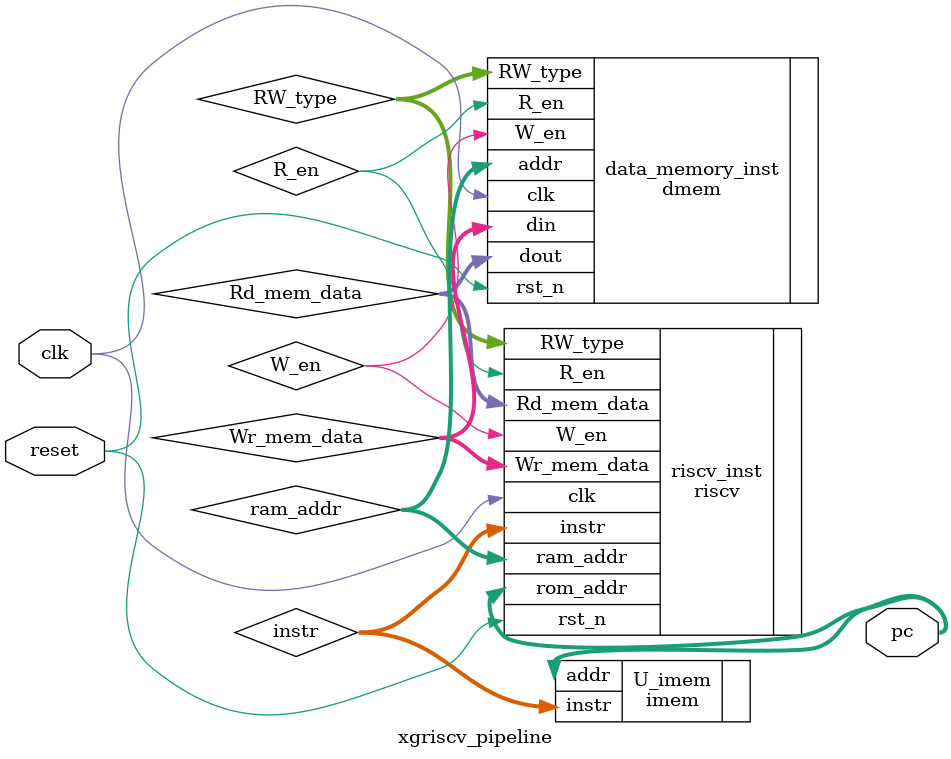
<source format=v>
`include "define.v"
`include "xgriscv_defines.v"
module xgriscv_pipeline(input clk, input reset,output[31:0] pc);

   
//fff
 
	
   // wire [31:0]pc;
	wire [31:0]ram_addr;
	wire [31:0]instr;
	wire [31:0]Rd_mem_data;
	wire [31:0]Wr_mem_data;
	wire W_en;
	wire R_en;
	wire [2:0]RW_type;
	
	imem U_imem (
    .addr(pc), 
    .instr(instr)
    );

	riscv riscv_inst (
    .clk(clk), 
    .rst_n(reset), 
    .instr(instr), 
    .Rd_mem_data(Rd_mem_data), 
    .rom_addr(pc), 
    .Wr_mem_data(Wr_mem_data), 
    .W_en(W_en), 
    .R_en(R_en), 
    .ram_addr(ram_addr), 
    .RW_type(RW_type)
    );

	
	
	
	dmem data_memory_inst (
    .clk(clk), 
    .rst_n(reset ), 
    .W_en(W_en), 
    .R_en(R_en), 
    .addr(ram_addr), 
    .RW_type(RW_type), 
    .din(Wr_mem_data), 
    .dout(Rd_mem_data)
    );	

  
endmodule



</source>
